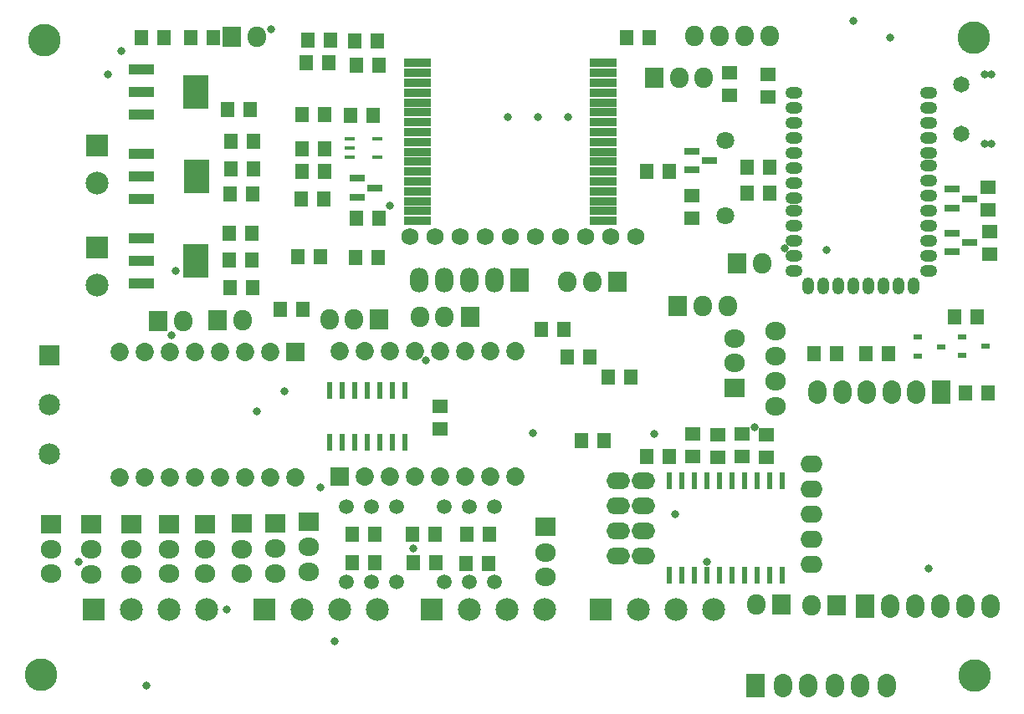
<source format=gbs>
G04*
G04 #@! TF.GenerationSoftware,Altium Limited,Altium Designer,18.1.6 (161)*
G04*
G04 Layer_Color=16711935*
%FSTAX24Y24*%
%MOIN*%
G70*
G01*
G75*
%ADD46R,0.0580X0.0630*%
%ADD49R,0.0630X0.0580*%
%ADD50O,0.0880X0.0680*%
%ADD56O,0.0480X0.0680*%
%ADD57O,0.0680X0.0480*%
%ADD59R,0.1040X0.1320*%
%ADD60R,0.1040X0.0410*%
%ADD61C,0.0907*%
%ADD62R,0.0907X0.0907*%
%ADD63C,0.0650*%
%ADD64C,0.0320*%
%ADD65R,0.0907X0.0907*%
%ADD66O,0.0830X0.0730*%
%ADD67R,0.0830X0.0730*%
%ADD68O,0.0730X0.0830*%
%ADD69R,0.0730X0.0830*%
%ADD70C,0.1300*%
%ADD71C,0.0730*%
%ADD72R,0.0730X0.0730*%
%ADD73C,0.0680*%
%ADD74O,0.0940X0.0680*%
%ADD75C,0.0592*%
%ADD76C,0.0709*%
%ADD77O,0.0730X0.0980*%
%ADD78R,0.0730X0.0980*%
%ADD79O,0.0730X0.0930*%
%ADD80R,0.0730X0.0930*%
%ADD81O,0.0730X0.0930*%
%ADD82R,0.0730X0.0930*%
%ADD83C,0.0848*%
%ADD84R,0.0848X0.0848*%
%ADD85C,0.0316*%
%ADD118R,0.0340X0.0220*%
%ADD119R,0.0445X0.0170*%
%ADD121R,0.0210X0.0710*%
%ADD122R,0.0210X0.0670*%
%ADD124R,0.0600X0.0300*%
%ADD125R,0.1080X0.0336*%
D46*
X01382Y03435D02*
D03*
X01292D02*
D03*
X01733Y02657D02*
D03*
X01643D02*
D03*
X01934Y02353D02*
D03*
X01844D02*
D03*
X01642Y02549D02*
D03*
X01732D02*
D03*
X04666Y0202D02*
D03*
X04576D02*
D03*
X03241Y02083D02*
D03*
X03151D02*
D03*
X03305Y02903D02*
D03*
X03395D02*
D03*
X02142Y03424D02*
D03*
X02232D02*
D03*
X01955Y03426D02*
D03*
X02045D02*
D03*
X02039Y03335D02*
D03*
X01949D02*
D03*
X0299Y02162D02*
D03*
X0308D02*
D03*
X03305Y01767D02*
D03*
X03395D02*
D03*
X01645Y0244D02*
D03*
X01735D02*
D03*
X02023Y02903D02*
D03*
X01933D02*
D03*
X02236Y02561D02*
D03*
X02146D02*
D03*
X01647Y02814D02*
D03*
X01737D02*
D03*
X01724Y03149D02*
D03*
X01634D02*
D03*
X01488Y03436D02*
D03*
X01578D02*
D03*
X01932Y02992D02*
D03*
X02022D02*
D03*
X02149Y02716D02*
D03*
X02239D02*
D03*
X02004Y02564D02*
D03*
X01914D02*
D03*
X01932Y03131D02*
D03*
X02022D02*
D03*
X02884Y02273D02*
D03*
X02974D02*
D03*
X0193Y02794D02*
D03*
X0202D02*
D03*
X03047Y0183D02*
D03*
X03137D02*
D03*
X02126Y03127D02*
D03*
X02216D02*
D03*
X03316Y03435D02*
D03*
X03226D02*
D03*
X04531Y02323D02*
D03*
X04621D02*
D03*
X03796Y02817D02*
D03*
X03706D02*
D03*
X03796Y02921D02*
D03*
X03706D02*
D03*
X01739Y03023D02*
D03*
X01649D02*
D03*
X02238Y03327D02*
D03*
X02148D02*
D03*
X01738Y02913D02*
D03*
X01648D02*
D03*
X02222Y01342D02*
D03*
X02132D02*
D03*
X026782Y014567D02*
D03*
X025882D02*
D03*
X02675Y0134D02*
D03*
X02585D02*
D03*
X02465Y01344D02*
D03*
X02375D02*
D03*
X02463Y01457D02*
D03*
X02373D02*
D03*
X02221Y01458D02*
D03*
X02131D02*
D03*
X04061Y02178D02*
D03*
X03971D02*
D03*
X04179Y02177D02*
D03*
X04269D02*
D03*
D49*
X03634Y03205D02*
D03*
Y03295D02*
D03*
X03588Y01854D02*
D03*
Y01764D02*
D03*
X03684Y01856D02*
D03*
Y01766D02*
D03*
X03783Y01854D02*
D03*
Y01764D02*
D03*
X04667Y02841D02*
D03*
Y02751D02*
D03*
X04671Y02662D02*
D03*
Y02572D02*
D03*
X02481Y01877D02*
D03*
Y01967D02*
D03*
X03484Y02807D02*
D03*
Y02717D02*
D03*
X03489Y01766D02*
D03*
Y01856D02*
D03*
X0379Y03201D02*
D03*
Y03291D02*
D03*
D50*
X03962Y01735D02*
D03*
Y01635D02*
D03*
Y01535D02*
D03*
Y01435D02*
D03*
Y01335D02*
D03*
D56*
X04368Y024449D02*
D03*
X04308D02*
D03*
X04248D02*
D03*
X04188D02*
D03*
X04128D02*
D03*
X04068D02*
D03*
X04008D02*
D03*
X03948D02*
D03*
D57*
X04428Y025049D02*
D03*
Y025649D02*
D03*
Y026249D02*
D03*
Y026849D02*
D03*
Y027449D02*
D03*
Y028049D02*
D03*
Y028649D02*
D03*
Y029249D02*
D03*
Y029749D02*
D03*
Y030349D02*
D03*
Y030949D02*
D03*
Y031549D02*
D03*
Y032149D02*
D03*
X03893Y025049D02*
D03*
Y025649D02*
D03*
Y026249D02*
D03*
Y026849D02*
D03*
Y027449D02*
D03*
Y027949D02*
D03*
Y028549D02*
D03*
Y029149D02*
D03*
Y029749D02*
D03*
Y030349D02*
D03*
Y030949D02*
D03*
Y031549D02*
D03*
Y032149D02*
D03*
D59*
X015075Y02545D02*
D03*
X015105Y02883D02*
D03*
X015095Y03219D02*
D03*
D60*
X012905Y024548D02*
D03*
Y02545D02*
D03*
Y026352D02*
D03*
X012935Y027928D02*
D03*
Y02883D02*
D03*
Y029732D02*
D03*
X012925Y031288D02*
D03*
Y03219D02*
D03*
Y033092D02*
D03*
D61*
X01114Y02449D02*
D03*
X032722Y011575D02*
D03*
X034222D02*
D03*
X035722D02*
D03*
X015505Y01158D02*
D03*
X014005D02*
D03*
X012505D02*
D03*
X022337Y011575D02*
D03*
X020837D02*
D03*
X019337D02*
D03*
X028992D02*
D03*
X027492D02*
D03*
X025992D02*
D03*
X011169Y02856D02*
D03*
D62*
X01114Y02599D02*
D03*
X011169Y03006D02*
D03*
D63*
X045577Y032502D02*
D03*
Y030533D02*
D03*
D64*
X046775Y032896D02*
D03*
X046505D02*
D03*
X046775Y03014D02*
D03*
X046505D02*
D03*
D65*
X031222Y011575D02*
D03*
X011005Y01158D02*
D03*
X017837Y011575D02*
D03*
X024492D02*
D03*
D66*
X02903Y01286D02*
D03*
Y01384D02*
D03*
X0382Y01966D02*
D03*
Y02067D02*
D03*
Y02165D02*
D03*
Y02266D02*
D03*
X01692Y01398D02*
D03*
Y013D02*
D03*
X01547Y01397D02*
D03*
Y01299D02*
D03*
X0196Y01406D02*
D03*
Y01308D02*
D03*
X01827Y01399D02*
D03*
Y01301D02*
D03*
X01093Y01396D02*
D03*
Y01298D02*
D03*
X00932Y01397D02*
D03*
Y01299D02*
D03*
X01402Y01397D02*
D03*
Y01299D02*
D03*
X01252Y01396D02*
D03*
Y01298D02*
D03*
X03656Y0214D02*
D03*
Y02238D02*
D03*
D67*
X02903Y01485D02*
D03*
X01692Y01499D02*
D03*
X01547Y01498D02*
D03*
X0196Y01507D02*
D03*
X01827Y015D02*
D03*
X01093Y01497D02*
D03*
X00932Y01498D02*
D03*
X01402D02*
D03*
X01252Y01497D02*
D03*
X03656Y02039D02*
D03*
D68*
X01695Y0231D02*
D03*
X01752Y03441D02*
D03*
X03795Y03442D02*
D03*
X03694D02*
D03*
X03596D02*
D03*
X03495D02*
D03*
X03767Y02537D02*
D03*
X03741Y01175D02*
D03*
X03962Y01172D02*
D03*
X03435Y03275D02*
D03*
X03533D02*
D03*
X0353Y02368D02*
D03*
X03628D02*
D03*
X01459Y02308D02*
D03*
X02139Y02312D02*
D03*
X02041D02*
D03*
X025Y02322D02*
D03*
X02402D02*
D03*
X0299Y02462D02*
D03*
X03088D02*
D03*
D69*
X01594Y0231D02*
D03*
X01651Y03441D02*
D03*
X03666Y02537D02*
D03*
X03842Y01175D02*
D03*
X04063Y01172D02*
D03*
X03334Y03275D02*
D03*
X03429Y02368D02*
D03*
X01358Y02308D02*
D03*
X0224Y02312D02*
D03*
X02601Y02322D02*
D03*
X03189Y02462D02*
D03*
D70*
X00906Y03427D02*
D03*
X0461Y03436D02*
D03*
X04612Y00894D02*
D03*
X00891Y00897D02*
D03*
D71*
X02783Y02188D02*
D03*
X02683D02*
D03*
X02583D02*
D03*
X02483D02*
D03*
X02083D02*
D03*
X02183D02*
D03*
X02283D02*
D03*
X02183Y01688D02*
D03*
X02283D02*
D03*
X02783D02*
D03*
X02683D02*
D03*
X02583D02*
D03*
X02483D02*
D03*
X02383Y02188D02*
D03*
Y01688D02*
D03*
X01207Y01683D02*
D03*
X01307D02*
D03*
X01407D02*
D03*
X01507D02*
D03*
X01907D02*
D03*
X01807D02*
D03*
X01707D02*
D03*
X01807Y02183D02*
D03*
X01707D02*
D03*
X01207D02*
D03*
X01307D02*
D03*
X01407D02*
D03*
X01507D02*
D03*
X01607Y01683D02*
D03*
Y02183D02*
D03*
D72*
X02083Y01688D02*
D03*
X01907Y02183D02*
D03*
D73*
X02362Y02642D02*
D03*
X02462D02*
D03*
X02562D02*
D03*
X02662D02*
D03*
X02762D02*
D03*
X02862D02*
D03*
X02962D02*
D03*
X03062D02*
D03*
X03162D02*
D03*
X03262D02*
D03*
D74*
X03193Y0147D02*
D03*
Y0137D02*
D03*
X03293Y0167D02*
D03*
Y0157D02*
D03*
Y0147D02*
D03*
Y0137D02*
D03*
X03193Y0157D02*
D03*
Y0167D02*
D03*
D75*
X024995Y012675D02*
D03*
X025995D02*
D03*
X026995D02*
D03*
Y015675D02*
D03*
X025995D02*
D03*
X024995D02*
D03*
X021095Y012673D02*
D03*
X022095D02*
D03*
X023095D02*
D03*
Y015673D02*
D03*
X022095D02*
D03*
X021095D02*
D03*
D76*
X03619Y030262D02*
D03*
Y02727D02*
D03*
D77*
X02398Y02469D02*
D03*
X02698D02*
D03*
X02598D02*
D03*
X02498D02*
D03*
D78*
X02798D02*
D03*
D79*
X04577Y01169D02*
D03*
X04277D02*
D03*
X04377D02*
D03*
X04477D02*
D03*
X04677D02*
D03*
D80*
X04177D02*
D03*
D81*
X039857Y02022D02*
D03*
X040841D02*
D03*
X041826D02*
D03*
X04281D02*
D03*
X043794D02*
D03*
X03849Y00854D02*
D03*
X03949D02*
D03*
X04054D02*
D03*
X04156D02*
D03*
X04262D02*
D03*
D82*
X044778Y02022D02*
D03*
X03739Y00854D02*
D03*
D83*
X00927Y019728D02*
D03*
Y01776D02*
D03*
D84*
Y021697D02*
D03*
D85*
X0143Y02507D02*
D03*
X02424Y0215D02*
D03*
X033355Y018575D02*
D03*
X042755Y034378D02*
D03*
X03419Y01538D02*
D03*
X037345Y018845D02*
D03*
X016315Y01158D02*
D03*
X01043Y01347D02*
D03*
X02282Y027665D02*
D03*
X018087Y0347D02*
D03*
X038547Y025963D02*
D03*
X028735Y0312D02*
D03*
X02993D02*
D03*
X027525Y03121D02*
D03*
X01861Y020265D02*
D03*
X020038Y01642D02*
D03*
X035455Y01347D02*
D03*
X01312Y008525D02*
D03*
X02853Y0186D02*
D03*
X017535Y01946D02*
D03*
X02375Y014013D02*
D03*
X02062Y010285D02*
D03*
X044295Y013195D02*
D03*
X04021Y0259D02*
D03*
X012125Y03383D02*
D03*
X01159Y032905D02*
D03*
X014115Y022513D02*
D03*
X04128Y03503D02*
D03*
D118*
X04385Y021665D02*
D03*
Y022415D02*
D03*
X04479Y02204D02*
D03*
X04562Y021695D02*
D03*
Y022445D02*
D03*
X04656Y02207D02*
D03*
D119*
X021212Y029596D02*
D03*
Y02997D02*
D03*
Y030344D02*
D03*
X022308D02*
D03*
Y029596D02*
D03*
D121*
X03395Y01294D02*
D03*
X03445D02*
D03*
X03495D02*
D03*
X03545D02*
D03*
X03595D02*
D03*
X03645D02*
D03*
X03695D02*
D03*
X03745D02*
D03*
X03795D02*
D03*
X03845D02*
D03*
Y0167D02*
D03*
X03795D02*
D03*
X03745D02*
D03*
X03695D02*
D03*
X03645D02*
D03*
X03595D02*
D03*
X03545D02*
D03*
X03495D02*
D03*
X03445D02*
D03*
X03395D02*
D03*
D122*
X02041Y020295D02*
D03*
X02091D02*
D03*
X02141D02*
D03*
X02191D02*
D03*
X02241D02*
D03*
X02291D02*
D03*
X02341D02*
D03*
Y018245D02*
D03*
X02291D02*
D03*
X02241D02*
D03*
X02191D02*
D03*
X02141D02*
D03*
X02091D02*
D03*
X02041D02*
D03*
D124*
X045228Y025815D02*
D03*
Y026565D02*
D03*
X045934Y02619D02*
D03*
X045218Y027565D02*
D03*
Y028315D02*
D03*
X045924Y02794D02*
D03*
X034858Y029085D02*
D03*
Y029835D02*
D03*
X035564Y02946D02*
D03*
X02151Y028D02*
D03*
Y02875D02*
D03*
X022216Y028375D02*
D03*
D125*
X031337Y033354D02*
D03*
Y032961D02*
D03*
Y032567D02*
D03*
Y032173D02*
D03*
Y03178D02*
D03*
Y031386D02*
D03*
Y030992D02*
D03*
Y030598D02*
D03*
Y030205D02*
D03*
Y029811D02*
D03*
Y029417D02*
D03*
Y029024D02*
D03*
Y02863D02*
D03*
Y028236D02*
D03*
Y027843D02*
D03*
Y027449D02*
D03*
Y027055D02*
D03*
X02392D02*
D03*
Y027449D02*
D03*
Y027843D02*
D03*
Y028236D02*
D03*
Y02863D02*
D03*
Y029024D02*
D03*
Y029417D02*
D03*
Y029811D02*
D03*
Y030205D02*
D03*
Y030598D02*
D03*
Y030992D02*
D03*
Y031386D02*
D03*
Y03178D02*
D03*
Y032173D02*
D03*
Y032567D02*
D03*
Y032961D02*
D03*
Y033354D02*
D03*
M02*

</source>
